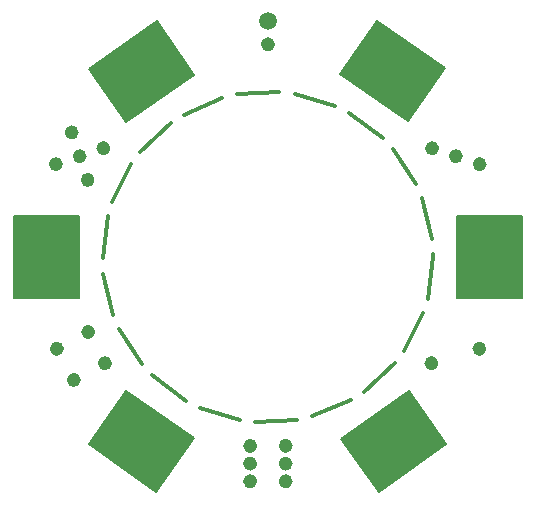
<source format=gbr>
%TF.GenerationSoftware,KiCad,Pcbnew,8.0.2*%
%TF.CreationDate,2025-06-01T21:04:33-04:00*%
%TF.ProjectId,casino-chip,63617369-6e6f-42d6-9368-69702e6b6963,0*%
%TF.SameCoordinates,Original*%
%TF.FileFunction,Copper,L1,Top*%
%TF.FilePolarity,Positive*%
%FSLAX46Y46*%
G04 Gerber Fmt 4.6, Leading zero omitted, Abs format (unit mm)*
G04 Created by KiCad (PCBNEW 8.0.2) date 2025-06-01 21:04:33*
%MOMM*%
%LPD*%
G01*
G04 APERTURE LIST*
%TA.AperFunction,NonConductor*%
%ADD10C,0.599998*%
%TD*%
%TA.AperFunction,NonConductor*%
%ADD11C,0.600000*%
%TD*%
%TA.AperFunction,NonConductor*%
%ADD12C,0.200000*%
%TD*%
%TA.AperFunction,NonConductor*%
%ADD13C,0.325000*%
%TD*%
%TA.AperFunction,ViaPad*%
%ADD14C,1.500000*%
%TD*%
G04 APERTURE END LIST*
D10*
X114148703Y-109002673D02*
G75*
G02*
X113548705Y-109002673I-299999J0D01*
G01*
X113548705Y-109002673D02*
G75*
G02*
X114148703Y-109002673I299999J0D01*
G01*
D11*
X118223396Y-92146209D02*
G75*
G02*
X117623396Y-92146209I-300000J0D01*
G01*
X117623396Y-92146209D02*
G75*
G02*
X118223396Y-92146209I300000J0D01*
G01*
D12*
X93748786Y-84564721D02*
X88014722Y-88579757D01*
X84860052Y-84074420D01*
X90594116Y-80059385D01*
X93748786Y-84564721D01*
%TA.AperFunction,NonConductor*%
G36*
X93748786Y-84564721D02*
G01*
X88014722Y-88579757D01*
X84860052Y-84074420D01*
X90594116Y-80059385D01*
X93748786Y-84564721D01*
G37*
%TD.AperFunction*%
D13*
X114000000Y-100000000D02*
X113546024Y-103536273D01*
X113159769Y-104777077D02*
X111526392Y-107946210D01*
X110739933Y-108980748D02*
X108123214Y-111402340D01*
X107030951Y-112106433D02*
X103744983Y-113489814D01*
X102478023Y-113778947D02*
X98917230Y-113958066D01*
X97627651Y-113797534D02*
X94219446Y-112750890D01*
X93062039Y-112159962D02*
X90215518Y-110013187D01*
X89329210Y-109062795D02*
X87386050Y-106073572D01*
X86877228Y-104877793D02*
X86070672Y-101404928D01*
X86000411Y-100107296D02*
X86427271Y-96567646D01*
X86804005Y-95323919D02*
X88413045Y-92142360D01*
X89191553Y-91101826D02*
X91789636Y-88660250D01*
X92876471Y-87947807D02*
X96151740Y-86539283D01*
X97416447Y-86240448D02*
X100975762Y-86034045D01*
X102266534Y-86184688D02*
X105682661Y-87205182D01*
X106844563Y-87787221D02*
X109707453Y-89912118D01*
X110601018Y-90855689D02*
X112567031Y-93829932D01*
X113085002Y-95021776D02*
X113918151Y-98488358D01*
X113998355Y-99785414D02*
X114000000Y-100000000D01*
D11*
X101800000Y-116000000D02*
G75*
G02*
X101200000Y-116000000I-300000J0D01*
G01*
X101200000Y-116000000D02*
G75*
G02*
X101800000Y-116000000I300000J0D01*
G01*
X101800000Y-119000000D02*
G75*
G02*
X101200000Y-119000000I-300000J0D01*
G01*
X101200000Y-119000000D02*
G75*
G02*
X101800000Y-119000000I300000J0D01*
G01*
D12*
X78500000Y-96500000D02*
X84000000Y-96500000D01*
X84000000Y-103500000D01*
X78500000Y-103500000D01*
X78500000Y-96500000D01*
%TA.AperFunction,NonConductor*%
G36*
X78500000Y-96500000D02*
G01*
X84000000Y-96500000D01*
X84000000Y-103500000D01*
X78500000Y-103500000D01*
X78500000Y-96500000D01*
G37*
%TD.AperFunction*%
X114985553Y-84027755D02*
X111830882Y-88533091D01*
X106096818Y-84518056D01*
X109251488Y-80012720D01*
X114985553Y-84027755D01*
%TA.AperFunction,NonConductor*%
G36*
X114985553Y-84027755D02*
G01*
X111830882Y-88533091D01*
X106096818Y-84518056D01*
X109251488Y-80012720D01*
X114985553Y-84027755D01*
G37*
%TD.AperFunction*%
D11*
X114200000Y-90800000D02*
G75*
G02*
X113600000Y-90800000I-300000J0D01*
G01*
X113600000Y-90800000D02*
G75*
G02*
X114200000Y-90800000I300000J0D01*
G01*
D12*
X93722764Y-115363440D02*
X90568094Y-119868776D01*
X84834030Y-115853741D01*
X87988700Y-111348405D01*
X93722764Y-115363440D01*
%TA.AperFunction,NonConductor*%
G36*
X93722764Y-115363440D02*
G01*
X90568094Y-119868776D01*
X84834030Y-115853741D01*
X87988700Y-111348405D01*
X93722764Y-115363440D01*
G37*
%TD.AperFunction*%
D10*
X82437368Y-107777286D02*
G75*
G02*
X81837370Y-107777286I-299999J0D01*
G01*
X81837370Y-107777286D02*
G75*
G02*
X82437368Y-107777286I299999J0D01*
G01*
X85080039Y-106357327D02*
G75*
G02*
X84480041Y-106357327I-299999J0D01*
G01*
X84480041Y-106357327D02*
G75*
G02*
X85080039Y-106357327I299999J0D01*
G01*
D11*
X98800000Y-117500000D02*
G75*
G02*
X98200000Y-117500000I-300000J0D01*
G01*
X98200000Y-117500000D02*
G75*
G02*
X98800000Y-117500000I300000J0D01*
G01*
X101800000Y-117500000D02*
G75*
G02*
X101200000Y-117500000I-300000J0D01*
G01*
X101200000Y-117500000D02*
G75*
G02*
X101800000Y-117500000I300000J0D01*
G01*
X100300000Y-82000000D02*
G75*
G02*
X99700000Y-82000000I-300000J0D01*
G01*
X99700000Y-82000000D02*
G75*
G02*
X100300000Y-82000000I300000J0D01*
G01*
X116211699Y-91473105D02*
G75*
G02*
X115611699Y-91473105I-300000J0D01*
G01*
X115611699Y-91473105D02*
G75*
G02*
X116211699Y-91473105I300000J0D01*
G01*
X98800000Y-116000000D02*
G75*
G02*
X98200000Y-116000000I-300000J0D01*
G01*
X98200000Y-116000000D02*
G75*
G02*
X98800000Y-116000000I300000J0D01*
G01*
X86373398Y-90800000D02*
G75*
G02*
X85773398Y-90800000I-300000J0D01*
G01*
X85773398Y-90800000D02*
G75*
G02*
X86373398Y-90800000I300000J0D01*
G01*
X84361699Y-91473105D02*
G75*
G02*
X83761699Y-91473105I-300000J0D01*
G01*
X83761699Y-91473105D02*
G75*
G02*
X84361699Y-91473105I300000J0D01*
G01*
D12*
X115113612Y-115869521D02*
X109379548Y-119884556D01*
X106224878Y-115379220D01*
X111958942Y-111364185D01*
X115113612Y-115869521D01*
%TA.AperFunction,NonConductor*%
G36*
X115113612Y-115869521D02*
G01*
X109379548Y-119884556D01*
X106224878Y-115379220D01*
X111958942Y-111364185D01*
X115113612Y-115869521D01*
G37*
%TD.AperFunction*%
D10*
X86499999Y-109000000D02*
G75*
G02*
X85900001Y-109000000I-299999J0D01*
G01*
X85900001Y-109000000D02*
G75*
G02*
X86499999Y-109000000I299999J0D01*
G01*
D12*
X116000000Y-96500000D02*
X121500000Y-96500000D01*
X121500000Y-103500000D01*
X116000000Y-103500000D01*
X116000000Y-96500000D01*
%TA.AperFunction,NonConductor*%
G36*
X116000000Y-96500000D02*
G01*
X121500000Y-96500000D01*
X121500000Y-103500000D01*
X116000000Y-103500000D01*
X116000000Y-96500000D01*
G37*
%TD.AperFunction*%
D11*
X85034805Y-93484803D02*
G75*
G02*
X84434805Y-93484803I-300000J0D01*
G01*
X84434805Y-93484803D02*
G75*
G02*
X85034805Y-93484803I300000J0D01*
G01*
X83688595Y-89461406D02*
G75*
G02*
X83088595Y-89461406I-300000J0D01*
G01*
X83088595Y-89461406D02*
G75*
G02*
X83688595Y-89461406I300000J0D01*
G01*
X98800000Y-119000000D02*
G75*
G02*
X98200000Y-119000000I-300000J0D01*
G01*
X98200000Y-119000000D02*
G75*
G02*
X98800000Y-119000000I300000J0D01*
G01*
D10*
X118211334Y-107779959D02*
G75*
G02*
X117611336Y-107779959I-299999J0D01*
G01*
X117611336Y-107779959D02*
G75*
G02*
X118211334Y-107779959I299999J0D01*
G01*
D11*
X82350002Y-92146209D02*
G75*
G02*
X81750002Y-92146209I-300000J0D01*
G01*
X81750002Y-92146209D02*
G75*
G02*
X82350002Y-92146209I300000J0D01*
G01*
D10*
X83857327Y-110419958D02*
G75*
G02*
X83257329Y-110419958I-299999J0D01*
G01*
X83257329Y-110419958D02*
G75*
G02*
X83857327Y-110419958I299999J0D01*
G01*
D14*
%TO.N,*%
X100000000Y-80000000D03*
%TD*%
M02*

</source>
